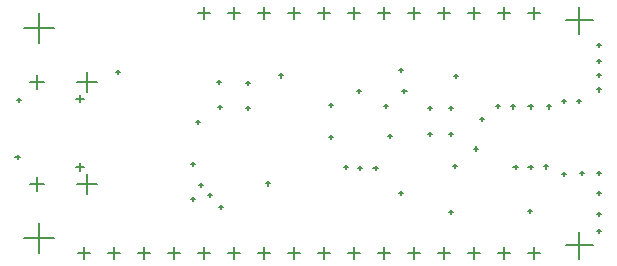
<source format=gbr>
%TF.GenerationSoftware,Altium Limited,Altium Designer,20.0.10 (225)*%
G04 Layer_Color=128*
%FSLAX26Y26*%
%MOIN*%
%TF.FileFunction,Drillmap*%
%TF.Part,Single*%
G01*
G75*
%TA.AperFunction,NonConductor*%
%ADD29C,0.005000*%
D29*
X1741638Y864567D02*
X1781008D01*
X1761323Y844882D02*
Y884252D01*
X1641638Y864567D02*
X1681008D01*
X1661323Y844882D02*
Y884252D01*
X1541638Y864567D02*
X1581008D01*
X1561323Y844882D02*
Y884252D01*
X1441638Y864567D02*
X1481008D01*
X1461323Y844882D02*
Y884252D01*
X1341638Y864567D02*
X1381008D01*
X1361323Y844882D02*
Y884252D01*
X1241638Y864567D02*
X1281008D01*
X1261323Y844882D02*
Y884252D01*
X1141638Y864567D02*
X1181008D01*
X1161323Y844882D02*
Y884252D01*
X1041638Y864567D02*
X1081008D01*
X1061323Y844882D02*
Y884252D01*
X941638Y864567D02*
X981008D01*
X961323Y844882D02*
Y884252D01*
X841638Y864567D02*
X881008D01*
X861323Y844882D02*
Y884252D01*
X741638Y864567D02*
X781008D01*
X761323Y844882D02*
Y884252D01*
X641638Y864567D02*
X681008D01*
X661323Y844882D02*
Y884252D01*
X1741638Y64567D02*
X1781008D01*
X1761323Y44882D02*
Y84252D01*
X1641638Y64567D02*
X1681008D01*
X1661323Y44882D02*
Y84252D01*
X1541638Y64567D02*
X1581008D01*
X1561323Y44882D02*
Y84252D01*
X1441638Y64567D02*
X1481008D01*
X1461323Y44882D02*
Y84252D01*
X1341638Y64567D02*
X1381008D01*
X1361323Y44882D02*
Y84252D01*
X1241638Y64567D02*
X1281008D01*
X1261323Y44882D02*
Y84252D01*
X1141638Y64567D02*
X1181008D01*
X1161323Y44882D02*
Y84252D01*
X1041638Y64567D02*
X1081008D01*
X1061323Y44882D02*
Y84252D01*
X941638Y64567D02*
X981008D01*
X961323Y44882D02*
Y84252D01*
X841638Y64567D02*
X881008D01*
X861323Y44882D02*
Y84252D01*
X741638Y64567D02*
X781008D01*
X761323Y44882D02*
Y84252D01*
X641638Y64567D02*
X681008D01*
X661323Y44882D02*
Y84252D01*
X541638Y64567D02*
X581008D01*
X561323Y44882D02*
Y84252D01*
X441638Y64567D02*
X481008D01*
X461323Y44882D02*
Y84252D01*
X341638Y64567D02*
X381008D01*
X361323Y44882D02*
Y84252D01*
X241638Y64567D02*
X281008D01*
X261323Y44882D02*
Y84252D01*
X61323Y114567D02*
X161323D01*
X111323Y64567D02*
Y164567D01*
X61323Y814567D02*
X161323D01*
X111323Y764567D02*
Y864567D01*
X1866323Y839567D02*
X1956323D01*
X1911323Y794567D02*
Y884567D01*
X1866323Y89567D02*
X1956323D01*
X1911323Y44567D02*
Y134567D01*
X80907Y294882D02*
X128151D01*
X104529Y271260D02*
Y318504D01*
X80907Y635039D02*
X128151D01*
X104529Y611417D02*
Y658661D01*
X235632Y294882D02*
X302561D01*
X269096Y261417D02*
Y328346D01*
X235632Y635039D02*
X302561D01*
X269096Y601575D02*
Y668504D01*
X235435Y351181D02*
X261026D01*
X248230Y338386D02*
Y363976D01*
X235435Y578740D02*
X261026D01*
X248230Y565945D02*
Y591535D01*
X910512Y656032D02*
X924291D01*
X917402Y649142D02*
Y662921D01*
X1259433Y553909D02*
X1273213D01*
X1266323Y547019D02*
Y560799D01*
X1078101Y558682D02*
X1091880D01*
X1084991Y551792D02*
Y565572D01*
X1309993Y265540D02*
X1323772D01*
X1316882Y258651D02*
Y272430D01*
X866142Y296025D02*
X879921D01*
X873031Y289135D02*
Y302914D01*
X616089Y245308D02*
X629868D01*
X622978Y238418D02*
Y252198D01*
X1476598Y200276D02*
X1490377D01*
X1483488Y193386D02*
Y207165D01*
X31997Y383154D02*
X45776D01*
X38886Y376264D02*
Y390044D01*
X36199Y575021D02*
X49979D01*
X43089Y568131D02*
Y581911D01*
X800180Y548909D02*
X813960D01*
X807070Y542019D02*
Y555799D01*
X800180Y631551D02*
X813960D01*
X807070Y624662D02*
Y638441D01*
X704987Y634179D02*
X718766D01*
X711877Y627289D02*
Y641069D01*
X705640Y550604D02*
X719419D01*
X712530Y543714D02*
Y557494D01*
X1311024Y673228D02*
X1324803D01*
X1317913Y666339D02*
Y680118D01*
X1741142Y204724D02*
X1754921D01*
X1748032Y197835D02*
Y211614D01*
X642717Y291339D02*
X656496D01*
X649606Y284449D02*
Y298228D01*
X672244Y257874D02*
X686024D01*
X679134Y250984D02*
Y264764D01*
X711614Y218504D02*
X725394D01*
X718504Y211614D02*
Y225394D01*
X367126Y668698D02*
X380905D01*
X374016Y661808D02*
Y675587D01*
X616089Y360824D02*
X629868D01*
X622978Y353934D02*
Y367714D01*
X632874Y502172D02*
X646654D01*
X639764Y495283D02*
Y509062D01*
X1169213Y603111D02*
X1182992D01*
X1176102Y596221D02*
Y610000D01*
X1321851Y603740D02*
X1335630D01*
X1328740Y596851D02*
Y610630D01*
X1126969Y349606D02*
X1140748D01*
X1133858Y342717D02*
Y356496D01*
X1174213Y348031D02*
X1187992D01*
X1181102Y341142D02*
Y354921D01*
X1971457Y136220D02*
X1985236D01*
X1978347Y129331D02*
Y143110D01*
X1971457Y195276D02*
X1985236D01*
X1978347Y188386D02*
Y202165D01*
X1971457Y264173D02*
X1985236D01*
X1978347Y257284D02*
Y271063D01*
X1971457Y756299D02*
X1985236D01*
X1978347Y749409D02*
Y763189D01*
X1971457Y705512D02*
X1985236D01*
X1978347Y698622D02*
Y712402D01*
X1971457Y657495D02*
X1985236D01*
X1978347Y650606D02*
Y664385D01*
X1971457Y609354D02*
X1985236D01*
X1978347Y602464D02*
Y616244D01*
X1902559Y571777D02*
X1916339D01*
X1909449Y564888D02*
Y578667D01*
X1853347Y571773D02*
X1867126D01*
X1860236Y564883D02*
Y578662D01*
X1804134Y552695D02*
X1817913D01*
X1811024Y545805D02*
Y559584D01*
X1742126Y552695D02*
X1755905D01*
X1749016Y545805D02*
Y559584D01*
X1684054Y552695D02*
X1697833D01*
X1690943Y545805D02*
Y559584D01*
X1634073Y554269D02*
X1647852D01*
X1640963Y547380D02*
Y561159D01*
X1692144Y351181D02*
X1705923D01*
X1699034Y344291D02*
Y358071D01*
X1742126Y351181D02*
X1755905D01*
X1749016Y344291D02*
Y358071D01*
X1794291Y352756D02*
X1808071D01*
X1801181Y345866D02*
Y359646D01*
X1852362Y327953D02*
X1866142D01*
X1859252Y321063D02*
Y334842D01*
X1912402Y329527D02*
X1926181D01*
X1919291Y322638D02*
Y336417D01*
X1971457Y331102D02*
X1985236D01*
X1978347Y324213D02*
Y337992D01*
X1225394Y348031D02*
X1239173D01*
X1232284Y341142D02*
Y354921D01*
X1272638Y453918D02*
X1286417D01*
X1279528Y447028D02*
Y460808D01*
X1075787Y452162D02*
X1089567D01*
X1082677Y445273D02*
Y459052D01*
X1407284Y460262D02*
X1421063D01*
X1414173Y453372D02*
Y467152D01*
X1477362Y461837D02*
X1491142D01*
X1484252Y454947D02*
Y468727D01*
X1477362Y547334D02*
X1491142D01*
X1484252Y540444D02*
Y554224D01*
X1407284Y548909D02*
X1421063D01*
X1414173Y542019D02*
Y555799D01*
X1492323Y654724D02*
X1506102D01*
X1499213Y647835D02*
Y661614D01*
X1579999Y511811D02*
X1593779D01*
X1586889Y504921D02*
Y518701D01*
X1489173Y354331D02*
X1502953D01*
X1496063Y347441D02*
Y361220D01*
X1559526Y412443D02*
X1573306D01*
X1566416Y405553D02*
Y419333D01*
%TF.MD5,09688b8e7a8836031e5be7cdc90a7258*%
M02*

</source>
